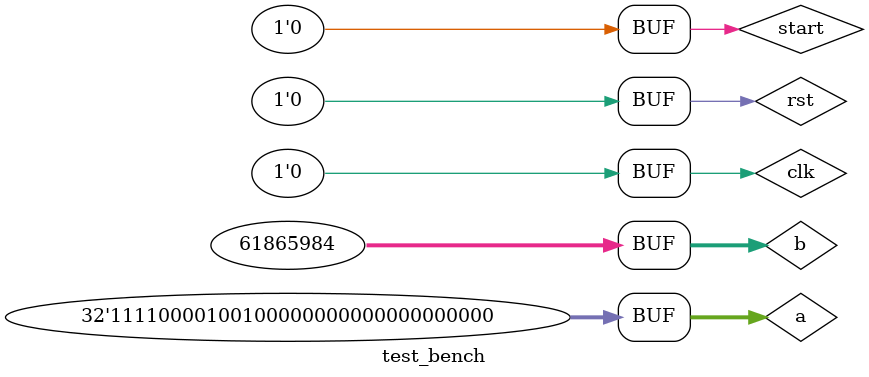
<source format=v>
`timescale 1ns / 1ps


module test_bench;

	// Inputs
	reg clk;
	reg rst;
	reg start;
	reg [31:0] a;
	reg [31:0] b;

	// Outputs
	wire [31:0] sum;

	// Instantiate the Unit Under Test (UUT)
	FP_adder_32 uut (
		.clk(clk), 
		.rst(rst), 
		.start(start), 
		.a(a), 
		.b(b), 
		.sum(sum)
	);

	initial begin
		// Initialize Inputs
		clk = 0;
		rst = 0;
		start = 0;
		a = 0;
		b = 0;

		// Wait 100 ns for global reset to finish
		#100;
        
		// Add stimulus here
		a=32'b10000000100100000000000000000000; b=32'b00000000101100000000000000000000;
		#10; clk=1; #10; clk=0;
		a=32'b10000000100100000000000000000000; b=32'b10000000101000000000000000000000;
		#10; clk=1; #10; clk=0;
		a=32'b10000000100100000000000000000000; b=32'b10000000100100000000000000000000;
		#10; clk=1; #10; clk=0;
		a=32'b11110000100100000000000000000000; b=32'b00000011101100000000000000000000;
		#10; clk=1; #10; clk=0;
		#10; clk=1; #10; clk=0;
		#10; clk=1; #10; clk=0;
		#10; clk=1; #10; clk=0;
		

	end
      
endmodule


</source>
